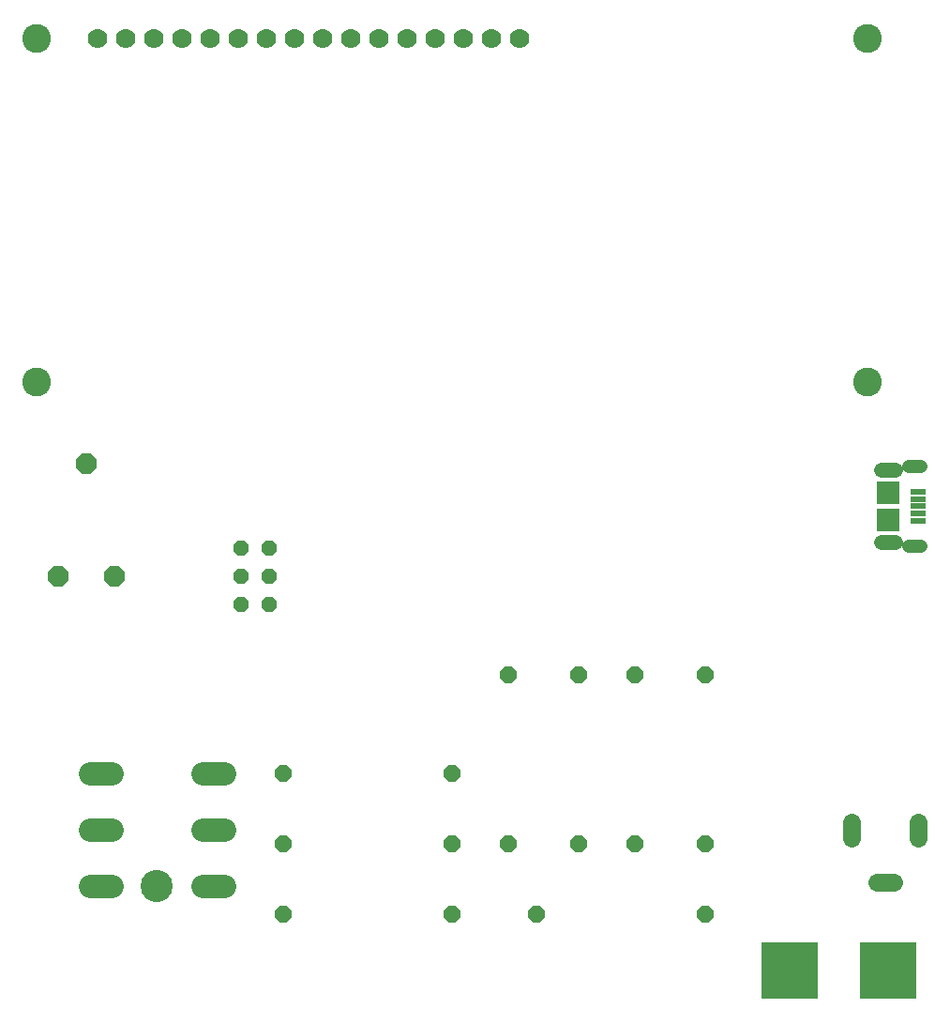
<source format=gbr>
G04 EAGLE Gerber RS-274X export*
G75*
%MOMM*%
%FSLAX34Y34*%
%LPD*%
%INSoldermask Bottom*%
%IPPOS*%
%AMOC8*
5,1,8,0,0,1.08239X$1,22.5*%
G01*
%ADD10R,1.451600X0.501600*%
%ADD11R,2.001600X2.001600*%
%ADD12C,1.169600*%
%ADD13C,1.319600*%
%ADD14C,1.609600*%
%ADD15P,1.649562X8X112.500000*%
%ADD16P,1.649562X8X202.500000*%
%ADD17P,1.649562X8X292.500000*%
%ADD18P,1.649562X8X22.500000*%
%ADD19C,2.082800*%
%ADD20C,2.895600*%
%ADD21P,1.525737X8X112.500000*%
%ADD22C,1.778000*%
%ADD23C,2.601600*%
%ADD24P,2.034460X8X22.500000*%
%ADD25R,5.181600X5.181600*%


D10*
X864950Y330500D03*
D11*
X838200Y305500D03*
X838200Y329500D03*
D10*
X864950Y304500D03*
X864950Y311000D03*
X864950Y317500D03*
X864950Y324000D03*
D12*
X867540Y281350D02*
X856860Y281350D01*
X856860Y353650D02*
X867540Y353650D01*
D13*
X844290Y350050D02*
X832110Y350050D01*
X832110Y284950D02*
X844290Y284950D01*
D14*
X865100Y32940D02*
X865100Y17860D01*
X805100Y17860D02*
X805100Y32940D01*
X827560Y-21600D02*
X842640Y-21600D01*
D15*
X673100Y12700D03*
X673100Y165100D03*
D16*
X673100Y-50800D03*
X520700Y-50800D03*
D17*
X609600Y165100D03*
X609600Y12700D03*
D15*
X495300Y12700D03*
X495300Y165100D03*
D16*
X444500Y-50800D03*
X292100Y-50800D03*
D17*
X558800Y165100D03*
X558800Y12700D03*
D16*
X444500Y76200D03*
X292100Y76200D03*
D18*
X292100Y12700D03*
X444500Y12700D03*
D19*
X136906Y-25400D02*
X117094Y-25400D01*
X117094Y25400D02*
X136906Y25400D01*
X136906Y76200D02*
X117094Y76200D01*
X218694Y-25400D02*
X238506Y-25400D01*
X238506Y25400D02*
X218694Y25400D01*
X218694Y76200D02*
X238506Y76200D01*
D20*
X177800Y-25400D03*
D21*
X254000Y254000D03*
X279400Y254000D03*
X254000Y228600D03*
X279400Y228600D03*
X279400Y279400D03*
X254000Y279400D03*
D22*
X124500Y739200D03*
X149900Y739200D03*
X175300Y739200D03*
X200700Y739200D03*
X226100Y739200D03*
X251500Y739200D03*
X276900Y739200D03*
X302300Y739200D03*
X327700Y739200D03*
X353100Y739200D03*
X378500Y739200D03*
X403900Y739200D03*
X429300Y739200D03*
X454700Y739200D03*
X480100Y739200D03*
X505500Y739200D03*
D23*
X69500Y429200D03*
X819500Y429200D03*
X69500Y739200D03*
X819500Y739200D03*
D24*
X88900Y254000D03*
X139700Y254000D03*
X114300Y355600D03*
D25*
X749300Y-101600D03*
X838200Y-101600D03*
M02*

</source>
